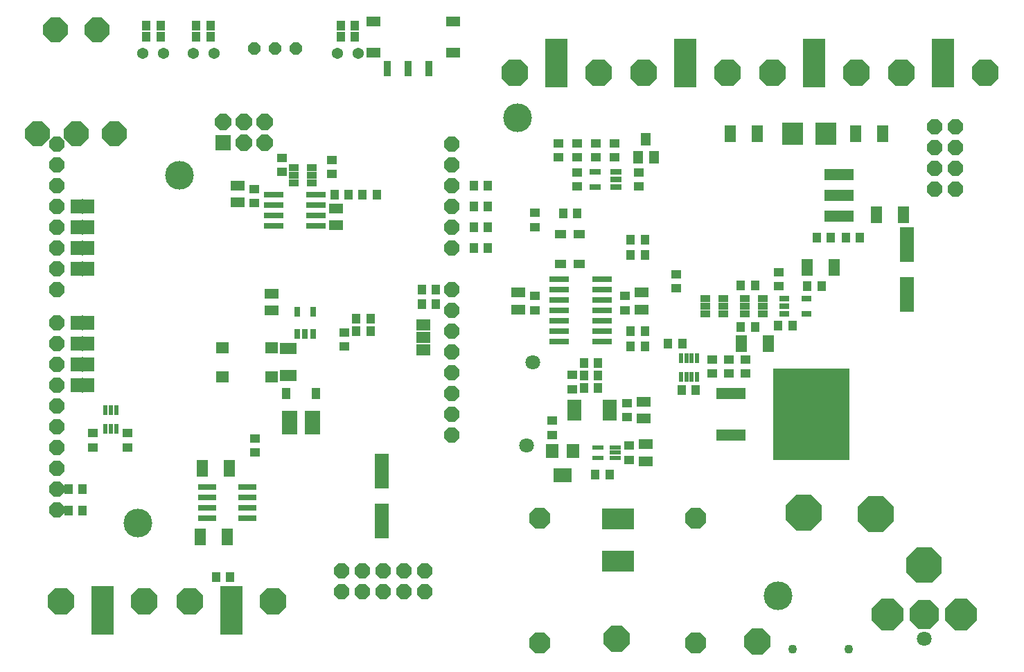
<source format=gts>
G75*
%MOIN*%
%OFA0B0*%
%FSLAX24Y24*%
%IPPOS*%
%LPD*%
%AMOC8*
5,1,8,0,0,1.08239X$1,22.5*
%
%ADD10C,0.1380*%
%ADD11R,0.0946X0.0316*%
%ADD12R,0.0592X0.0710*%
%ADD13R,0.0867X0.0710*%
%ADD14OC8,0.0740*%
%ADD15OC8,0.0780*%
%ADD16R,0.0780X0.0780*%
%ADD17R,0.1430X0.0580*%
%ADD18R,0.0986X0.1064*%
%ADD19R,0.0430X0.0500*%
%ADD20R,0.0560X0.0820*%
%ADD21R,0.0710X0.1655*%
%ADD22R,0.0680X0.0460*%
%ADD23R,0.0500X0.0430*%
%ADD24R,0.1537X0.1045*%
%ADD25R,0.0540X0.0220*%
%ADD26R,0.0670X0.0250*%
%ADD27R,0.0560X0.0440*%
%ADD28C,0.0434*%
%ADD29R,0.0356X0.0749*%
%ADD30R,0.0690X0.0513*%
%ADD31R,0.0497X0.0336*%
%ADD32R,0.3700X0.4400*%
%ADD33R,0.1080X0.2380*%
%ADD34OC8,0.1290*%
%ADD35C,0.0710*%
%ADD36R,0.0580X0.0300*%
%ADD37R,0.0860X0.0300*%
%ADD38R,0.0540X0.0710*%
%ADD39R,0.0060X0.0720*%
%ADD40R,0.0474X0.0631*%
%ADD41OC8,0.0611*%
%ADD42OC8,0.1175*%
%ADD43OC8,0.1025*%
%ADD44C,0.0540*%
%ADD45R,0.0220X0.0480*%
%ADD46R,0.0474X0.0297*%
%ADD47R,0.0297X0.0474*%
%ADD48R,0.0820X0.0560*%
%ADD49R,0.0730X0.1180*%
%ADD50R,0.0440X0.0560*%
%ADD51R,0.0592X0.0552*%
%ADD52OC8,0.1700*%
%ADD53OC8,0.1405*%
%ADD54OC8,0.1504*%
%ADD55R,0.0710X0.0540*%
%ADD56OC8,0.1261*%
%ADD57OC8,0.1740*%
D10*
X012243Y012475D03*
X014243Y029225D03*
X030507Y031982D03*
X043043Y008975D03*
D11*
X034564Y021225D03*
X034564Y021725D03*
X034564Y022225D03*
X034564Y022725D03*
X034564Y023225D03*
X034564Y023725D03*
X034564Y024225D03*
X032517Y024225D03*
X032517Y023725D03*
X032517Y023225D03*
X032517Y022725D03*
X032517Y022225D03*
X032517Y021725D03*
X032517Y021225D03*
X020817Y026775D03*
X020817Y027275D03*
X020817Y027775D03*
X020817Y028275D03*
X018770Y028275D03*
X018770Y027775D03*
X018770Y027275D03*
X018770Y026775D03*
D12*
X032191Y015946D03*
X033191Y015946D03*
D13*
X032691Y014804D03*
D14*
X027341Y016725D03*
X027341Y017725D03*
X027341Y018725D03*
X027341Y019725D03*
X027341Y020725D03*
X027341Y021725D03*
X027341Y022725D03*
X027341Y023725D03*
X027341Y025725D03*
X027341Y026725D03*
X027341Y027725D03*
X027341Y028725D03*
X027341Y029725D03*
X027341Y030725D03*
X008341Y030725D03*
X008341Y029725D03*
X008341Y028725D03*
X008341Y027725D03*
X008341Y026725D03*
X008341Y025725D03*
X008341Y024725D03*
X008341Y023725D03*
X008341Y022125D03*
X008341Y021125D03*
X008341Y020125D03*
X008341Y019125D03*
X008341Y018125D03*
X008341Y017125D03*
X008341Y016125D03*
X008341Y015125D03*
X008341Y014125D03*
X008341Y013125D03*
X022043Y010175D03*
X023043Y010175D03*
X023043Y009175D03*
X022043Y009175D03*
X024043Y009175D03*
X024043Y010175D03*
X025043Y010175D03*
X025043Y009175D03*
X026043Y009175D03*
X026043Y010175D03*
X050582Y028548D03*
X050582Y029548D03*
X050582Y030548D03*
X051582Y030548D03*
X051582Y029548D03*
X051582Y028548D03*
X051582Y031548D03*
X050582Y031548D03*
D15*
X018341Y031775D03*
X018341Y030775D03*
X017341Y030775D03*
X017341Y031775D03*
X016341Y031775D03*
D16*
X016341Y030775D03*
D17*
X040788Y018725D03*
X040788Y016725D03*
X045973Y027247D03*
X045973Y028247D03*
X045973Y029247D03*
D18*
X045331Y031222D03*
X043756Y031222D03*
D19*
X044906Y026225D03*
X045586Y026225D03*
X046301Y026225D03*
X046981Y026225D03*
X045133Y023875D03*
X044453Y023875D03*
X043733Y021975D03*
X043053Y021975D03*
X041933Y021925D03*
X041253Y021925D03*
X041253Y023925D03*
X041933Y023925D03*
X038433Y021125D03*
X037753Y021125D03*
X036631Y020975D03*
X035951Y020975D03*
X035951Y021725D03*
X036631Y021725D03*
X034383Y020175D03*
X034383Y019575D03*
X033703Y019575D03*
X033703Y020175D03*
X033703Y018975D03*
X034383Y018975D03*
X038403Y018875D03*
X039083Y018875D03*
X034931Y014825D03*
X034251Y014825D03*
X026583Y023025D03*
X025903Y023025D03*
X025903Y023725D03*
X026583Y023725D03*
X028403Y025725D03*
X029083Y025725D03*
X029083Y026725D03*
X028403Y026725D03*
X028403Y027725D03*
X029083Y027725D03*
X029083Y028725D03*
X028403Y028725D03*
X032703Y027375D03*
X033383Y027375D03*
X035953Y026125D03*
X036633Y026125D03*
X036633Y025375D03*
X035953Y025375D03*
X023731Y028275D03*
X023051Y028275D03*
X022381Y028275D03*
X021701Y028275D03*
X022753Y022325D03*
X023433Y022325D03*
X023433Y021725D03*
X022753Y021725D03*
X009583Y014125D03*
X008903Y014125D03*
X008903Y013075D03*
X009583Y013075D03*
X016003Y009875D03*
X016683Y009875D03*
X015733Y035875D03*
X015053Y035875D03*
X015053Y036425D03*
X015733Y036425D03*
X013333Y036425D03*
X012653Y036425D03*
X012653Y035875D03*
X013333Y035875D03*
X022003Y035875D03*
X022683Y035875D03*
X022683Y036425D03*
X022003Y036425D03*
D20*
X040743Y031228D03*
X042043Y031228D03*
X046796Y031225D03*
X048096Y031225D03*
X047791Y027325D03*
X049091Y027325D03*
X045743Y024775D03*
X044443Y024775D03*
X042593Y021125D03*
X041293Y021125D03*
X016643Y015125D03*
X015343Y015125D03*
X015246Y011825D03*
X016546Y011825D03*
D21*
X023991Y012574D03*
X023991Y014976D03*
X049241Y023474D03*
X049241Y025876D03*
D22*
X036493Y023585D03*
X036493Y022765D03*
X036591Y018335D03*
X036591Y017515D03*
X036691Y016285D03*
X036691Y015465D03*
X030543Y022762D03*
X030543Y023582D03*
X021796Y026815D03*
X021796Y027635D03*
X017041Y027915D03*
X017041Y028735D03*
X018693Y023535D03*
X018693Y022715D03*
D23*
X022193Y021665D03*
X022193Y020985D03*
X017893Y016565D03*
X017893Y015885D03*
X011743Y016135D03*
X011743Y016815D03*
X010093Y016815D03*
X010093Y016135D03*
X017841Y027885D03*
X017841Y028565D03*
X019193Y029385D03*
X019193Y030065D03*
X021593Y029965D03*
X021593Y029285D03*
X031343Y027415D03*
X031343Y026735D03*
X033393Y028685D03*
X033393Y029365D03*
X033393Y030085D03*
X032493Y030085D03*
X032493Y030765D03*
X033393Y030765D03*
X034293Y030765D03*
X034293Y030085D03*
X035193Y030085D03*
X035193Y030765D03*
X036346Y029365D03*
X036346Y028685D03*
X038143Y024465D03*
X038143Y023785D03*
X035693Y023415D03*
X035693Y022735D03*
X033143Y019615D03*
X033143Y018935D03*
X032191Y017415D03*
X032191Y016735D03*
X035791Y017585D03*
X035791Y018265D03*
X035891Y016215D03*
X035891Y015535D03*
X039893Y019685D03*
X039893Y020365D03*
X040693Y020365D03*
X040693Y019685D03*
X041493Y019685D03*
X041493Y020365D03*
X043093Y023885D03*
X043093Y024565D03*
X031343Y023415D03*
X031343Y022735D03*
D24*
X035343Y012692D03*
X035343Y010664D03*
D25*
X035201Y015615D03*
X035201Y015875D03*
X035201Y016135D03*
X034381Y016135D03*
X034381Y015615D03*
D26*
X034951Y017545D03*
X034951Y017795D03*
X034951Y018055D03*
X034951Y018305D03*
X033231Y018305D03*
X033231Y018055D03*
X033231Y017795D03*
X033231Y017545D03*
D27*
X033493Y024969D03*
X032593Y024969D03*
X032593Y026386D03*
X033493Y026386D03*
D28*
X043755Y006425D03*
X046432Y006425D03*
D29*
X026244Y034359D03*
X025244Y034359D03*
X024244Y034359D03*
D30*
X023577Y035125D03*
X023577Y036625D03*
X027415Y036625D03*
X027415Y035125D03*
D31*
X020626Y029599D03*
X020626Y029225D03*
X020626Y028851D03*
X019760Y028851D03*
X019760Y029225D03*
X019760Y029599D03*
X039560Y023299D03*
X039560Y022925D03*
X039560Y022551D03*
X040426Y022551D03*
X040426Y022925D03*
X040426Y023299D03*
X041460Y023299D03*
X041460Y022925D03*
X041460Y022551D03*
X042326Y022551D03*
X042326Y022925D03*
X042326Y023299D03*
D32*
X044643Y017725D03*
D33*
X044793Y034625D03*
X038593Y034625D03*
X032393Y034625D03*
X050993Y034625D03*
X016743Y008275D03*
X010543Y008275D03*
D34*
X008531Y008735D03*
X012556Y008735D03*
X014731Y008735D03*
X018756Y008735D03*
X030381Y034165D03*
X034406Y034165D03*
X036581Y034165D03*
X040606Y034165D03*
X042781Y034165D03*
X046806Y034165D03*
X048981Y034165D03*
X053006Y034165D03*
D35*
X031241Y020225D03*
X030941Y016225D03*
X050070Y006906D03*
D36*
X035256Y028655D03*
X035256Y029025D03*
X035256Y029395D03*
X034236Y029395D03*
X034236Y028655D03*
D37*
X017513Y014222D03*
X017513Y013722D03*
X017513Y013222D03*
X017513Y012722D03*
X015573Y012722D03*
X015573Y013222D03*
X015573Y013722D03*
X015573Y014222D03*
D38*
X009893Y019125D03*
X009293Y019125D03*
X009293Y020125D03*
X009893Y020125D03*
X009893Y021125D03*
X009293Y021125D03*
X009293Y022125D03*
X009893Y022125D03*
X009893Y024725D03*
X009293Y024725D03*
X009293Y025725D03*
X009893Y025725D03*
X009893Y026725D03*
X009293Y026725D03*
X009293Y027725D03*
X009893Y027725D03*
D39*
X009593Y027725D03*
X009593Y026725D03*
X009593Y025725D03*
X009593Y024725D03*
X009593Y022125D03*
X009593Y021125D03*
X009593Y020125D03*
X009593Y019125D03*
D40*
X036319Y030095D03*
X037067Y030095D03*
X036693Y030961D03*
D41*
X019843Y035325D03*
X018843Y035325D03*
X017843Y035325D03*
D42*
X011123Y031225D03*
X009273Y031225D03*
X007423Y031225D03*
X008273Y036225D03*
X010273Y036225D03*
D43*
X031593Y012725D03*
X031593Y006725D03*
X039093Y006725D03*
X039093Y012725D03*
D44*
X022843Y035075D03*
X021843Y035075D03*
X015918Y035075D03*
X014918Y035075D03*
X013493Y035075D03*
X012493Y035075D03*
D45*
X011203Y017915D03*
X010943Y017915D03*
X010683Y017915D03*
X010683Y017035D03*
X010943Y017035D03*
X011203Y017035D03*
X038377Y019535D03*
X038633Y019535D03*
X038893Y019535D03*
X039153Y019535D03*
X039153Y020415D03*
X038893Y020415D03*
X038633Y020415D03*
X038377Y020415D03*
D46*
X043362Y022551D03*
X043362Y022925D03*
X043362Y023299D03*
X044425Y023299D03*
X044425Y022551D03*
D47*
X020667Y022656D03*
X019919Y022656D03*
X019919Y021594D03*
X020293Y021594D03*
X020667Y021594D03*
D48*
X019493Y020875D03*
X019493Y019575D03*
D49*
X019543Y017325D03*
X020643Y017325D03*
D50*
X020802Y018725D03*
X019385Y018725D03*
D51*
X018674Y019536D03*
X018674Y020914D03*
X016312Y020914D03*
X016312Y019536D03*
D52*
X050070Y010449D03*
D53*
X050070Y008087D03*
D54*
X051841Y008087D03*
X048298Y008087D03*
D55*
X025993Y020825D03*
X025993Y021425D03*
X025993Y022025D03*
D56*
X035293Y006925D03*
X042043Y006775D03*
D57*
X044293Y012975D03*
X047743Y012925D03*
M02*

</source>
